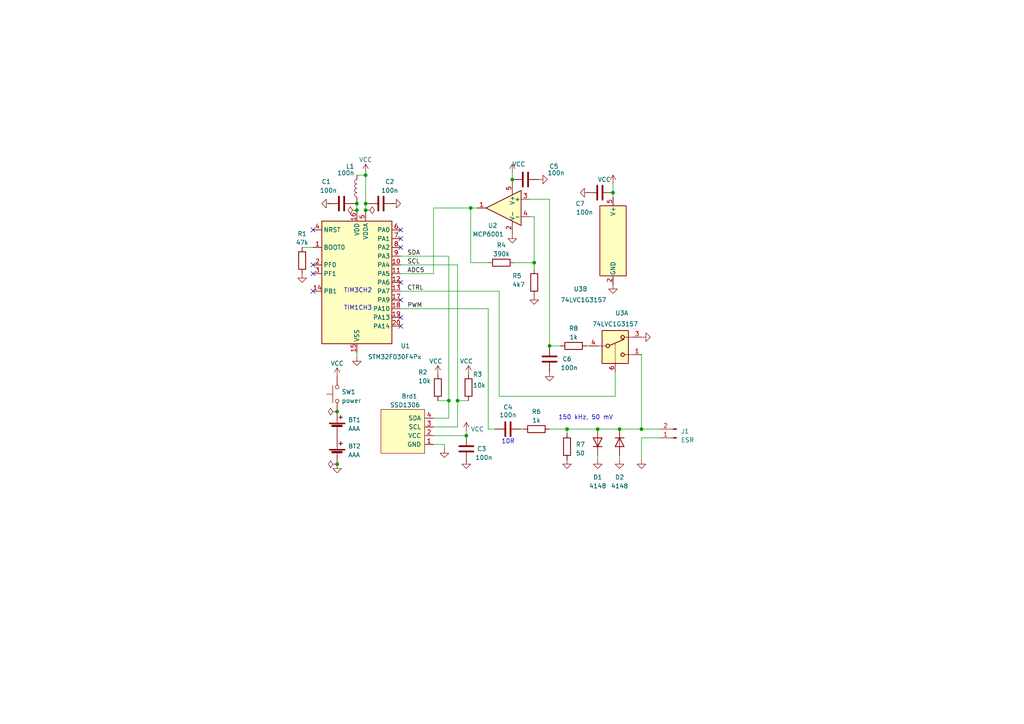
<source format=kicad_sch>
(kicad_sch (version 20230121) (generator eeschema)
  (paper "A4")
  (title_block (title "In circuit ESR tester") (date "2024-08-15") (rev "1.4") (company "hamradio guys ozforester and vadim_d"))
  (lib_symbols
    (symbol "Amplifier_Operational:MCP6001-OT" (pin_names (offset 0.127))
      (property "Reference" "U" (at -1.27 6.35 0))
      (property "Value" "MCP6001-OT" (at -1.27 3.81 0))
      (symbol "MCP6001-OT_0_1"
        (polyline (pts (xy -5.08 5.08) (xy 5.08 0) (xy -5.08 -5.08) (xy -5.08 5.08)) (stroke (width 0.254)) (fill (type background)))
        (pin power_in line (at -2.54 -7.62 90) (length 3.81) (name "V-") (number "2"))
        (pin power_in line (at -2.54 7.62 270) (length 3.81) (name "V+") (number "5"))
      )
      (symbol "MCP6001-OT_1_1"
        (pin output line (at 7.62 0 180) (length 2.54) (name "~") (number "1"))
        (pin input line (at -7.62 2.54 0) (length 2.54) (name "+") (number "3"))
        (pin input line (at -7.62 -2.54 0) (length 2.54) (name "-") (number "4"))
      )
    )
    (symbol "Analog_Switch:FSA3157L6X" (pin_names (offset 0.127))
      (property "Reference" "U" (at -3.175 4.699 0))
      (property "Value" "FSA3157L6X" (at -3.175 2.921 0))
      (symbol "FSA3157L6X_1_1"
        (rectangle (start -3.81 1.905) (end 3.81 -7.62) (stroke (width 0.254)) (fill (type background)))
        (circle (center -2.159 -2.54) (radius 0.508) (stroke (width 0.254)))
        (polyline (pts (xy -5.08 -2.54) (xy -2.794 -2.54)))
        (polyline (pts (xy -1.651 -2.413) (xy 2.54 -0.635)) (stroke (width 0.254)))
        (polyline (pts (xy 0 -7.62) (xy 0 -7.112)))
        (polyline (pts (xy 0 -6.858) (xy 0 -6.604)))
        (polyline (pts (xy 0 -6.35) (xy 0 -6.096)))
        (polyline (pts (xy 0 -5.842) (xy 0 -5.588)))
        (polyline (pts (xy 0 -5.334) (xy 0 -5.08)))
        (polyline (pts (xy 0 -4.826) (xy 0 -4.572)))
        (polyline (pts (xy 0 -4.318) (xy 0 -4.064)))
        (polyline (pts (xy 0 -3.81) (xy 0 -3.556)))
        (polyline (pts (xy 0 -3.302) (xy 0 -3.048)))
        (polyline (pts (xy 0 -2.794) (xy 0 -2.54)))
        (polyline (pts (xy 0 -2.286) (xy 0 -2.032)))
        (polyline (pts (xy 0 -2.286) (xy 0 -2.032)))
        (polyline (pts (xy 5.08 -5.08) (xy 2.794 -5.08)))
        (polyline (pts (xy 5.08 0) (xy 2.794 0)))
        (circle (center 2.159 -5.08) (radius 0.508) (stroke (width 0.254)))
        (circle (center 2.159 0) (radius 0.508) (stroke (width 0.254)))
        (pin passive line (at 7.62 -5.08 180) (length 2.54) (name "~") (number "1"))
        (pin passive line (at 7.62 0 180) (length 2.54) (name "~") (number "3"))
        (pin passive line (at -7.62 -2.54 0) (length 2.54) (name "~") (number "4"))
        (pin input line (at 0 -10.16 90) (length 2.54) (name "~") (number "6"))
      )
      (symbol "FSA3157L6X_2_0"
        (pin power_in line (at 0 -12.7 90) (length 2.54) (name "GND") (number "2"))
        (pin power_in line (at 0 12.7 270) (length 2.54) (name "V+") (number "5"))
      )
      (symbol "FSA3157L6X_2_1"
        (rectangle (start -3.81 10.16) (end 3.81 -10.16) (stroke (width 0.254)) (fill (type background)))
      )
    )
    (symbol "Connector:Conn_01x02_Pin" (pin_names (offset 1.016) hide)
      (property "Reference" "J" (at 0 2.54 0))
      (property "Value" "Conn_01x02_Pin" (at 0 -5.08 0))
      (symbol "Conn_01x02_Pin_1_1"
        (polyline (pts (xy 1.27 -2.54) (xy 0.8636 -2.54)) (stroke (width 0.1524)))
        (polyline (pts (xy 1.27 0) (xy 0.8636 0)) (stroke (width 0.1524)))
        (rectangle (start 0.8636 -2.413) (end 0 -2.667) (stroke (width 0.1524)) (fill (type outline)))
        (rectangle (start 0.8636 0.127) (end 0 -0.127) (stroke (width 0.1524)) (fill (type outline)))
        (pin passive line (at 5.08 0 180) (length 3.81) (name "Pin_1") (number "1"))
        (pin passive line (at 5.08 -2.54 180) (length 3.81) (name "Pin_2") (number "2"))
      )
    )
    (symbol "Device:Battery_Cell" (pin_numbers hide) (pin_names (offset 0) hide)
      (property "Reference" "BT" (at 2.54 2.54 0))
      (property "Value" "Battery_Cell" (at 2.54 0 0))
      (symbol "Battery_Cell_0_1"
        (rectangle (start -2.286 1.778) (end 2.286 1.524) (fill (type outline)))
        (rectangle (start -1.5748 1.1938) (end 1.4732 0.6858) (fill (type outline)))
        (polyline (pts (xy 0 0.762) (xy 0 0)))
        (polyline (pts (xy 0 1.778) (xy 0 2.54)))
        (polyline (pts (xy 0.508 3.429) (xy 1.524 3.429)) (stroke (width 0.254)))
        (polyline (pts (xy 1.016 3.937) (xy 1.016 2.921)) (stroke (width 0.254)))
      )
      (symbol "Battery_Cell_1_1"
        (pin passive line (at 0 5.08 270) (length 2.54) (name "+") (number "1"))
        (pin passive line (at 0 -2.54 90) (length 2.54) (name "-") (number "2"))
      )
    )
    (symbol "Device:C" (pin_numbers hide) (pin_names (offset 0.254))
      (property "Reference" "C" (at 0.635 2.54 0))
      (property "Value" "C" (at 0.635 -2.54 0))
      (symbol "C_0_1"
        (polyline (pts (xy -2.032 -0.762) (xy 2.032 -0.762)) (stroke (width 0.508)))
        (polyline (pts (xy -2.032 0.762) (xy 2.032 0.762)) (stroke (width 0.508)))
      )
      (symbol "C_1_1"
        (pin passive line (at 0 3.81 270) (length 2.794) (name "~") (number "1"))
        (pin passive line (at 0 -3.81 90) (length 2.794) (name "~") (number "2"))
      )
    )
    (symbol "Device:D" (pin_numbers hide) (pin_names (offset 1.016) hide)
      (property "Reference" "D" (at 0 2.54 0))
      (property "Value" "D" (at 0 -2.54 0))
      (symbol "D_0_1"
        (polyline (pts (xy -1.27 1.27) (xy -1.27 -1.27)) (stroke (width 0.254)))
        (polyline (pts (xy 1.27 0) (xy -1.27 0)))
        (polyline (pts (xy 1.27 1.27) (xy 1.27 -1.27) (xy -1.27 0) (xy 1.27 1.27)) (stroke (width 0.254)))
      )
      (symbol "D_1_1"
        (pin passive line (at -3.81 0 0) (length 2.54) (name "K") (number "1"))
        (pin passive line (at 3.81 0 180) (length 2.54) (name "A") (number "2"))
      )
    )
    (symbol "Device:L" (pin_numbers hide) (pin_names (offset 1.016) hide)
      (property "Reference" "L" (at -1.27 0 90))
      (property "Value" "L" (at 1.905 0 90))
      (symbol "L_0_1"
        (arc (start 0 -2.54) (mid 0.6323 -1.905) (end 0 -1.27))
        (arc (start 0 -1.27) (mid 0.6323 -0.635) (end 0 0))
        (arc (start 0 0) (mid 0.6323 0.635) (end 0 1.27))
        (arc (start 0 1.27) (mid 0.6323 1.905) (end 0 2.54))
      )
      (symbol "L_1_1"
        (pin passive line (at 0 3.81 270) (length 1.27) (name "1") (number "1"))
        (pin passive line (at 0 -3.81 90) (length 1.27) (name "2") (number "2"))
      )
    )
    (symbol "Device:R" (pin_numbers hide) (pin_names (offset 0))
      (property "Reference" "R" (at 2.032 0 90))
      (property "Value" "R" (at 0 0 90))
      (symbol "R_0_1"
        (rectangle (start -1.016 -2.54) (end 1.016 2.54) (stroke (width 0.254)))
      )
      (symbol "R_1_1"
        (pin passive line (at 0 3.81 270) (length 1.27) (name "~") (number "1"))
        (pin passive line (at 0 -3.81 90) (length 1.27) (name "~") (number "2"))
      )
    )
    (symbol "MCU_ST_STM32F0:STM32F030F4Px"
      (property "Reference" "U" (at -10.16 19.05 0))
      (property "Value" "STM32F030F4Px" (at 5.08 19.05 0))
      (symbol "STM32F030F4Px_0_1"
        (rectangle (start -10.16 -17.78) (end 10.16 17.78) (stroke (width 0.254)) (fill (type background)))
      )
      (symbol "STM32F030F4Px_1_1"
        (pin input line (at -12.7 10.16 0) (length 2.54) (name "BOOT0") (number "1"))
        (pin bidirectional line (at 12.7 5.08 180) (length 2.54) (name "PA4") (number "10"))
        (pin bidirectional line (at 12.7 2.54 180) (length 2.54) (name "PA5") (number "11"))
        (pin bidirectional line (at 12.7 0 180) (length 2.54) (name "PA6") (number "12"))
        (pin bidirectional line (at 12.7 -2.54 180) (length 2.54) (name "PA7") (number "13"))
        (pin bidirectional line (at -12.7 -2.54 0) (length 2.54) (name "PB1") (number "14"))
        (pin power_in line (at 0 -20.32 90) (length 2.54) (name "VSS") (number "15"))
        (pin power_in line (at 0 20.32 270) (length 2.54) (name "VDD") (number "16"))
        (pin bidirectional line (at 12.7 -5.08 180) (length 2.54) (name "PA9") (number "17"))
        (pin bidirectional line (at 12.7 -7.62 180) (length 2.54) (name "PA10") (number "18"))
        (pin bidirectional line (at 12.7 -10.16 180) (length 2.54) (name "PA13") (number "19"))
        (pin bidirectional line (at -12.7 5.08 0) (length 2.54) (name "PF0") (number "2"))
        (pin bidirectional line (at 12.7 -12.7 180) (length 2.54) (name "PA14") (number "20"))
        (pin bidirectional line (at -12.7 2.54 0) (length 2.54) (name "PF1") (number "3"))
        (pin input line (at -12.7 15.24 0) (length 2.54) (name "NRST") (number "4"))
        (pin power_in line (at 2.54 20.32 270) (length 2.54) (name "VDDA") (number "5"))
        (pin bidirectional line (at 12.7 15.24 180) (length 2.54) (name "PA0") (number "6"))
        (pin bidirectional line (at 12.7 12.7 180) (length 2.54) (name "PA1") (number "7"))
        (pin bidirectional line (at 12.7 10.16 180) (length 2.54) (name "PA2") (number "8"))
        (pin bidirectional line (at 12.7 7.62 180) (length 2.54) (name "PA3") (number "9"))
      )
    )
    (symbol "SSD1306-128x64_OLED:SSD1306" (pin_names (offset 1.016))
      (property "Reference" "Brd" (at 0 -3.81 0))
      (property "Value" "SSD1306" (at 0 -1.27 0))
      (symbol "SSD1306_0_1"
        (rectangle (start -6.35 6.35) (end 6.35 -6.35) (fill (type background)))
      )
      (symbol "SSD1306_1_1"
        (pin input line (at -3.81 8.89 270) (length 2.54) (name "GND") (number "1"))
        (pin input line (at -1.27 8.89 270) (length 2.54) (name "VCC") (number "2"))
        (pin input line (at 1.27 8.89 270) (length 2.54) (name "SCL") (number "3"))
        (pin input line (at 3.81 8.89 270) (length 2.54) (name "SDA") (number "4"))
      )
    )
    (symbol "Switch:SW_Push" (pin_numbers hide) (pin_names (offset 1.016) hide)
      (property "Reference" "SW" (at 1.27 2.54 0))
      (property "Value" "SW_Push" (at 0 -1.524 0))
      (symbol "SW_Push_0_1"
        (circle (center -2.032 0) (radius 0.508))
        (polyline (pts (xy 0 1.27) (xy 0 3.048)))
        (polyline (pts (xy 2.54 1.27) (xy -2.54 1.27)))
        (circle (center 2.032 0) (radius 0.508))
        (pin passive line (at -5.08 0 0) (length 2.54) (name "1") (number "1"))
        (pin passive line (at 5.08 0 180) (length 2.54) (name "2") (number "2"))
      )
    )
    (symbol "power:GND" (power) (pin_names (offset 0))
      (property "Value" "GND" (at 0 -3.81 0))
      (symbol "GND_0_1"
        (polyline (pts (xy 0 0) (xy 0 -1.27) (xy 1.27 -1.27) (xy 0 -2.54) (xy -1.27 -1.27) (xy 0 -1.27)))
      )
      (symbol "GND_1_1"
        (pin power_in line (at 0 0 270) (length 0) hide (name "GND") (number "1"))
      )
    )
    (symbol "power:PWR_FLAG" (power) (pin_numbers hide) (pin_names (offset 0) hide)
      (property "Value" "PWR_FLAG" (at 0 3.81 0))
      (symbol "PWR_FLAG_0_0"
        (pin power_out line (at 0 0 90) (length 0) (name "pwr") (number "1"))
      )
      (symbol "PWR_FLAG_0_1"
        (polyline (pts (xy 0 0) (xy 0 1.27) (xy -1.016 1.905) (xy 0 2.54) (xy 1.016 1.905) (xy 0 1.27)))
      )
    )
    (symbol "power:VCC" (power) (pin_names (offset 0))
      (property "Value" "VCC" (at 0 3.81 0))
      (symbol "VCC_0_1"
        (polyline (pts (xy -0.762 1.27) (xy 0 2.54)))
        (polyline (pts (xy 0 0) (xy 0 2.54)))
        (polyline (pts (xy 0 2.54) (xy 0.762 1.27)))
      )
      (symbol "VCC_1_1"
        (pin power_in line (at 0 0 90) (length 0) hide (name "VCC") (number "1"))
      )
    )
  )
  (junction (at 135.255 126.365))
  (junction (at 179.705 124.46))
  (junction (at 103.505 60.96))
  (junction (at 97.79 134.62))
  (junction (at 177.8 55.88))
  (junction (at 164.465 124.46))
  (junction (at 186.055 124.46))
  (junction (at 159.385 100.33))
  (junction (at 154.94 76.2))
  (junction (at 136.525 60.325))
  (junction (at 106.045 59.055))
  (junction (at 148.59 52.07))
  (junction (at 173.355 124.46))
  (junction (at 97.79 119.38))
  (junction (at 132.715 116.205))
  (junction (at 106.045 50.8))
  (junction (at 130.175 116.205))
  (junction (at 106.045 60.96))
  (junction (at 103.505 59.055))
  (no_connect (at 116.205 94.615))
  (no_connect (at 116.205 66.675))
  (no_connect (at 116.205 71.755))
  (no_connect (at 90.805 66.675))
  (no_connect (at 90.805 76.835))
  (no_connect (at 116.205 81.915))
  (no_connect (at 90.805 79.375))
  (no_connect (at 90.805 84.455))
  (no_connect (at 116.205 86.995))
  (no_connect (at 116.205 69.215))
  (no_connect (at 116.205 92.075))
  (wire (pts (xy 132.715 123.825) (xy 125.73 123.825)))
  (wire (pts (xy 125.73 126.365) (xy 135.255 126.365)))
  (wire (pts (xy 164.465 124.46) (xy 164.465 125.73)))
  (wire (pts (xy 173.355 133.35) (xy 173.355 132.08)))
  (wire (pts (xy 136.525 60.325) (xy 138.43 60.325)))
  (wire (pts (xy 103.505 102.235) (xy 103.505 103.505)))
  (wire (pts (xy 116.205 76.835) (xy 132.715 76.835)))
  (wire (pts (xy 148.59 52.07) (xy 148.59 52.705)))
  (wire (pts (xy 106.045 60.96) (xy 106.045 61.595)))
  (wire (pts (xy 87.63 71.755) (xy 90.805 71.755)))
  (wire (pts (xy 130.175 116.205) (xy 130.175 121.285)))
  (wire (pts (xy 159.385 100.33) (xy 162.56 100.33)))
  (wire (pts (xy 154.94 62.865) (xy 153.67 62.865)))
  (wire (pts (xy 191.135 127) (xy 186.055 127)))
  (wire (pts (xy 130.175 74.295) (xy 116.205 74.295)))
  (wire (pts (xy 148.59 50.165) (xy 148.59 52.07)))
  (wire (pts (xy 141.605 124.46) (xy 143.51 124.46)))
  (wire (pts (xy 135.255 125.095) (xy 135.255 126.365)))
  (wire (pts (xy 102.87 59.055) (xy 103.505 59.055)))
  (wire (pts (xy 154.94 76.2) (xy 149.225 76.2)))
  (wire (pts (xy 127 116.205) (xy 130.175 116.205)))
  (wire (pts (xy 179.705 133.35) (xy 179.705 132.08)))
  (wire (pts (xy 125.73 79.375) (xy 125.73 60.325)))
  (wire (pts (xy 130.175 121.285) (xy 125.73 121.285)))
  (wire (pts (xy 128.905 130.175) (xy 128.905 128.905)))
  (wire (pts (xy 141.605 89.535) (xy 141.605 124.46)))
  (wire (pts (xy 135.255 133.35) (xy 135.255 133.985)))
  (wire (pts (xy 186.055 127) (xy 186.055 133.35)))
  (wire (pts (xy 125.73 60.325) (xy 136.525 60.325)))
  (wire (pts (xy 116.205 79.375) (xy 125.73 79.375)))
  (wire (pts (xy 164.465 124.46) (xy 173.355 124.46)))
  (wire (pts (xy 154.94 76.2) (xy 154.94 78.105)))
  (wire (pts (xy 178.435 114.935) (xy 144.78 114.935)))
  (wire (pts (xy 159.385 57.785) (xy 159.385 100.33)))
  (wire (pts (xy 106.045 59.055) (xy 106.045 60.96)))
  (wire (pts (xy 128.905 128.905) (xy 125.73 128.905)))
  (wire (pts (xy 132.715 116.205) (xy 132.715 76.835)))
  (wire (pts (xy 106.045 50.8) (xy 106.045 59.055)))
  (wire (pts (xy 151.13 124.46) (xy 151.765 124.46)))
  (wire (pts (xy 103.505 58.42) (xy 103.505 59.055)))
  (wire (pts (xy 106.68 59.055) (xy 106.045 59.055)))
  (wire (pts (xy 170.815 55.88) (xy 170.18 55.88)))
  (wire (pts (xy 177.8 55.88) (xy 177.8 57.15)))
  (wire (pts (xy 103.505 59.055) (xy 103.505 60.96)))
  (wire (pts (xy 186.055 102.87) (xy 186.055 124.46)))
  (wire (pts (xy 114.3 59.055) (xy 113.665 59.055)))
  (wire (pts (xy 170.815 100.33) (xy 170.18 100.33)))
  (wire (pts (xy 95.25 59.055) (xy 95.885 59.055)))
  (wire (pts (xy 154.94 76.2) (xy 154.94 62.865)))
  (wire (pts (xy 144.78 114.935) (xy 144.78 84.455)))
  (wire (pts (xy 177.8 53.34) (xy 177.8 55.88)))
  (wire (pts (xy 159.385 124.46) (xy 164.465 124.46)))
  (wire (pts (xy 159.385 57.785) (xy 153.67 57.785)))
  (wire (pts (xy 132.715 116.205) (xy 132.715 123.825)))
  (wire (pts (xy 179.705 124.46) (xy 186.055 124.46)))
  (wire (pts (xy 130.175 74.295) (xy 130.175 116.205)))
  (wire (pts (xy 116.205 89.535) (xy 141.605 89.535)))
  (wire (pts (xy 141.605 76.2) (xy 136.525 76.2)))
  (wire (pts (xy 136.525 60.325) (xy 136.525 76.2)))
  (wire (pts (xy 186.055 124.46) (xy 191.135 124.46)))
  (wire (pts (xy 178.435 107.95) (xy 178.435 114.935)))
  (wire (pts (xy 144.78 84.455) (xy 116.205 84.455)))
  (wire (pts (xy 106.045 50.165) (xy 106.045 50.8)))
  (wire (pts (xy 132.715 116.205) (xy 135.89 116.205)))
  (wire (pts (xy 103.505 60.96) (xy 103.505 61.595)))
  (wire (pts (xy 173.355 124.46) (xy 179.705 124.46)))
  (wire (pts (xy 103.505 50.8) (xy 106.045 50.8)))
  (text "150 kHz, 50 mV" (at 161.925 121.92 0) (effects (font (size 1.27 1.27)) (justify left bottom)))
  (text "10R" (at 145.415 128.905 0) (effects (font (size 1.27 1.27)) (justify left bottom)))
  (text "TIM3CH2" (at 99.695 85.09 0) (effects (font (size 1.27 1.27)) (justify left bottom)))
  (text "TIM1CH3" (at 99.695 90.17 0) (effects (font (size 1.27 1.27)) (justify left bottom)))
  (label "SDA" (at 118.11 74.295 0))
  (label "ADC5" (at 118.11 79.375 0))
  (label "PWM" (at 118.11 89.535 0))
  (label "CTRL" (at 118.11 84.455 0))
  (label "SCL" (at 118.11 76.835 0))
  (symbol (lib_id "Device:C") (at 110.49 59.055 270) (unit 1)
    (property "Reference" "C2" (at 113.03 52.705 90))
    (property "Value" "100n" (at 113.03 55.245 90))
    (property "Footprint" "Capacitor_SMD:C_0805_2012Metric" (effects hide))
  )
  (symbol (lib_id "power:GND") (at 113.665 59.055 90) (unit 1)
    (property "Reference" "#PWR07" (effects hide))
    (property "Value" "GND" (effects hide))
  )
  (symbol (lib_id "power:GND") (at 103.505 103.505 0) (unit 1)
    (property "Reference" "#PWR05" (effects hide))
    (property "Value" "GND" (effects hide))
  )
  (symbol (lib_id "power:GND") (at 128.905 130.175 0) (mirror y) (unit 1)
    (property "Reference" "#PWR09" (effects hide))
    (property "Value" "GND" (effects hide))
  )
  (symbol (lib_id "power:GND") (at 177.8 82.55 0) (unit 1)
    (property "Reference" "#PWR022" (effects hide))
    (property "Value" "GND" (effects hide))
  )
  (symbol (lib_id "power:VCC") (at 106.045 50.165 0) (mirror y) (unit 1)
    (property "Reference" "#PWR06" (effects hide))
    (property "Value" "3v" (at 106.045 46.355 0))
  )
  (symbol (lib_id "Analog_Switch:FSA3157L6X") (at 177.8 69.85 0) (unit 2)
    (property "Reference" "U3" (at 166.37 83.82 0) (effects (justify left)))
    (property "Value" "74LVC1G3157" (at 162.56 86.995 0) (effects (justify left)))
    (property "Footprint" "Package_TO_SOT_SMD:SOT-23-6" (effects hide))
    (property "Datasheet" "https://www.onsemi.com/pub/Collateral/NC7SB3157-D.PDF" (effects hide))
  )
  (symbol (lib_id "Amplifier_Operational:MCP6001-OT") (at 146.05 60.325 0) (mirror y) (unit 1)
    (property "Reference" "U2" (at 142.875 65.405 0))
    (property "Value" "MCP6001" (at 141.605 67.945 0))
    (property "Footprint" "Package_TO_SOT_SMD:SOT-23-5" (effects hide))
    (property "Datasheet" "http://ww1.microchip.com/downloads/en/DeviceDoc/21733j.pdf" (effects hide))
  )
  (symbol (lib_id "power:VCC") (at 148.59 50.165 0) (mirror y) (unit 1)
    (property "Reference" "#PWR013" (effects hide))
    (property "Value" "3v" (at 152.4 47.625 0) (effects (justify left)))
  )
  (symbol (lib_id "Device:D") (at 173.355 128.27 90) (unit 1)
    (property "Reference" "D1" (at 173.355 138.43 90))
    (property "Value" "4148" (at 173.355 140.97 90))
    (property "Footprint" "Diode_SMD:D_MiniMELF" (effects hide))
    (property "Sim.Device" "D" (effects hide))
    (property "Sim.Pins" "1=K 2=A" (effects hide))
  )
  (symbol (lib_id "power:VCC") (at 177.8 53.34 0) (mirror y) (unit 1)
    (property "Reference" "#PWR021" (effects hide))
    (property "Value" "3v" (at 175.26 52.07 0))
  )
  (symbol (lib_id "Device:D") (at 179.705 128.27 270) (unit 1)
    (property "Reference" "D2" (at 179.705 138.43 90))
    (property "Value" "4148" (at 179.705 140.97 90))
    (property "Footprint" "Diode_SMD:D_MiniMELF" (effects hide))
    (property "Sim.Device" "D" (effects hide))
    (property "Sim.Pins" "1=K 2=A" (effects hide))
  )
  (symbol (lib_id "Device:C") (at 173.99 55.88 270) (unit 1)
    (property "Reference" "C7" (at 168.275 59.055 90))
    (property "Value" "100n" (at 169.545 61.595 90))
    (property "Footprint" "Capacitor_SMD:C_0805_2012Metric" (effects hide))
  )
  (symbol (lib_id "power:PWR_FLAG") (at 97.79 134.62 90) (mirror x) (unit 1)
    (property "Reference" "#FLG02" (effects hide))
    (property "Value" "PWR_FLAG" (effects hide))
  )
  (symbol (lib_id "Device:C") (at 152.4 52.07 90) (unit 1)
    (property "Reference" "C5" (at 160.655 48.26 90))
    (property "Value" "100n" (at 161.29 50.165 90))
    (property "Footprint" "Capacitor_SMD:C_0805_2012Metric" (effects hide))
  )
  (symbol (lib_id "power:PWR_FLAG") (at 97.79 119.38 90) (mirror x) (unit 1)
    (property "Reference" "#FLG01" (effects hide))
    (property "Value" "PWR_FLAG" (effects hide))
  )
  (symbol (lib_id "power:GND") (at 186.055 133.35 0) (unit 1)
    (property "Reference" "#PWR025" (effects hide))
    (property "Value" "GND" (effects hide))
  )
  (symbol (lib_id "Device:R") (at 154.94 81.915 0) (unit 1)
    (property "Reference" "R5" (at 148.59 80.01 0) (effects (justify left)))
    (property "Value" "4k7" (at 148.59 82.55 0) (effects (justify left)))
    (property "Footprint" "Resistor_SMD:R_0805_2012Metric" (effects hide))
  )
  (symbol (lib_id "power:GND") (at 173.355 133.35 0) (mirror y) (unit 1)
    (property "Reference" "#PWR020" (effects hide))
    (property "Value" "GND" (effects hide))
  )
  (symbol (lib_id "power:VCC") (at 127 108.585 0) (unit 1)
    (property "Reference" "#PWR08" (effects hide))
    (property "Value" "3v" (at 124.46 104.775 0) (effects (justify left)))
  )
  (symbol (lib_id "Device:R") (at 87.63 75.565 180) (unit 1)
    (property "Reference" "R1" (at 87.63 67.818 0))
    (property "Value" "47k" (at 87.63 70.358 0))
    (property "Footprint" "Resistor_SMD:R_0805_2012Metric" (effects hide))
  )
  (symbol (lib_id "Device:R") (at 164.465 129.54 0) (unit 1)
    (property "Reference" "R7" (at 167.005 128.905 0) (effects (justify left)))
    (property "Value" "50" (at 167.005 131.445 0) (effects (justify left)))
    (property "Footprint" "Resistor_SMD:R_0805_2012Metric" (effects hide))
  )
  (symbol (lib_id "power:GND") (at 164.465 133.35 0) (unit 1)
    (property "Reference" "#PWR018" (effects hide))
    (property "Value" "GND" (effects hide))
  )
  (symbol (lib_id "power:VCC") (at 135.255 125.095 0) (unit 1)
    (property "Reference" "#PWR010" (effects hide))
    (property "Value" "3v" (at 136.525 124.46 0) (effects (justify left)))
  )
  (symbol (lib_id "power:GND") (at 97.79 134.62 0) (unit 1)
    (property "Reference" "#PWR04" (effects hide))
    (property "Value" "GND" (effects hide))
  )
  (symbol (lib_id "power:GND") (at 179.705 133.35 0) (mirror y) (unit 1)
    (property "Reference" "#PWR023" (effects hide))
    (property "Value" "GND" (effects hide))
  )
  (symbol (lib_id "Device:L") (at 103.505 54.61 180) (unit 1)
    (property "Reference" "L1" (at 100.33 48.26 0) (effects (justify right)))
    (property "Value" "100n" (at 97.79 50.165 0) (effects (justify right)))
    (property "Footprint" "Inductor_SMD:L_0805_2012Metric" (effects hide))
  )
  (symbol (lib_id "power:GND") (at 148.59 67.945 0) (unit 1)
    (property "Reference" "#PWR014" (effects hide))
    (property "Value" "GND" (effects hide))
  )
  (symbol (lib_id "power:VCC") (at 97.79 109.22 0) (mirror y) (unit 1)
    (property "Reference" "#PWR03" (effects hide))
    (property "Value" "3v" (at 97.79 105.41 0))
  )
  (symbol (lib_id "Device:Battery_Cell") (at 97.79 124.46 0) (unit 1)
    (property "Reference" "BT1" (at 100.965 121.793 0) (effects (justify left)))
    (property "Value" "AAA" (at 100.965 124.333 0) (effects (justify left)))
    (property "Footprint" "Battery:BatteryHolder_Keystone_2460_1xAA" (effects hide))
  )
  (symbol (lib_id "power:GND") (at 170.815 55.88 270) (unit 1)
    (property "Reference" "#PWR019" (effects hide))
    (property "Value" "GND" (effects hide))
  )
  (symbol (lib_id "Device:R") (at 166.37 100.33 90) (unit 1)
    (property "Reference" "R8" (at 166.37 95.25 90))
    (property "Value" "1k" (at 166.37 97.79 90))
    (property "Footprint" "Resistor_SMD:R_0805_2012Metric" (effects hide))
  )
  (symbol (lib_id "power:PWR_FLAG") (at 106.045 60.96 270) (mirror x) (unit 1)
    (property "Reference" "#FLG04" (effects hide))
    (property "Value" "PWR_FLAG" (effects hide))
  )
  (symbol (lib_id "power:VCC") (at 135.89 108.585 0) (unit 1)
    (property "Reference" "#PWR012" (effects hide))
    (property "Value" "3v" (at 133.35 104.775 0) (effects (justify left)))
  )
  (symbol (lib_id "Device:R") (at 135.89 112.395 0) (unit 1)
    (property "Reference" "R3" (at 137.16 108.585 0) (effects (justify left)))
    (property "Value" "10k" (at 137.16 111.76 0) (effects (justify left)))
    (property "Footprint" "Resistor_SMD:R_0805_2012Metric" (effects hide))
  )
  (symbol (lib_id "Switch:SW_Push") (at 97.79 114.3 90) (unit 1)
    (property "Reference" "SW1" (at 99.06 113.665 90) (effects (justify right)))
    (property "Value" "power" (at 99.06 116.205 90) (effects (justify right)))
    (property "Footprint" "Button_Switch_THT:SW_PUSH_6mm_H5mm" (effects hide))
  )
  (symbol (lib_id "Connector:Conn_01x02_Pin") (at 196.215 127 180) (unit 1)
    (property "Reference" "J1" (at 197.485 125.095 0) (effects (justify right)))
    (property "Value" "ESR" (at 197.485 127.635 0) (effects (justify right)))
    (property "Footprint" "Connector_PinHeader_2.54mm:PinHeader_1x02_P2.54mm_Vertical" (effects hide))
  )
  (symbol (lib_id "SSD1306-128x64_OLED:SSD1306") (at 116.84 125.095 270) (mirror x) (unit 1)
    (property "Reference" "Brd1" (at 118.745 114.935 90))
    (property "Value" "SSD1306" (at 117.475 117.475 90))
    (property "Footprint" "Connector_PinHeader_2.54mm:PinHeader_1x04_P2.54mm_Vertical" (effects hide))
  )
  (symbol (lib_id "power:GND") (at 135.255 133.35 0) (unit 1)
    (property "Reference" "#PWR011" (effects hide))
    (property "Value" "GND" (effects hide))
  )
  (symbol (lib_id "Device:C") (at 99.06 59.055 270) (unit 1)
    (property "Reference" "C1" (at 94.615 52.705 90))
    (property "Value" "100n" (at 95.25 55.245 90))
    (property "Footprint" "Capacitor_SMD:C_0805_2012Metric" (effects hide))
  )
  (symbol (lib_id "Device:Battery_Cell") (at 97.79 132.08 0) (unit 1)
    (property "Reference" "BT2" (at 100.965 129.413 0) (effects (justify left)))
    (property "Value" "AAA" (at 100.965 131.953 0) (effects (justify left)))
    (property "Footprint" "Battery:BatteryHolder_Keystone_2460_1xAA" (effects hide))
  )
  (symbol (lib_id "Device:R") (at 127 112.395 0) (unit 1)
    (property "Reference" "R2" (at 121.285 107.95 0) (effects (justify left)))
    (property "Value" "10k" (at 121.285 110.49 0) (effects (justify left)))
    (property "Footprint" "Resistor_SMD:R_0805_2012Metric" (effects hide))
  )
  (symbol (lib_id "power:PWR_FLAG") (at 103.505 60.96 90) (mirror x) (unit 1)
    (property "Reference" "#FLG03" (effects hide))
    (property "Value" "PWR_FLAG" (effects hide))
  )
  (symbol (lib_id "power:GND") (at 159.385 107.95 0) (unit 1)
    (property "Reference" "#PWR017" (effects hide))
    (property "Value" "GND" (effects hide))
  )
  (symbol (lib_id "power:GND") (at 186.055 97.79 90) (unit 1)
    (property "Reference" "#PWR024" (effects hide))
    (property "Value" "GND" (effects hide))
  )
  (symbol (lib_id "Device:C") (at 159.385 104.14 0) (unit 1)
    (property "Reference" "C6" (at 164.465 104.14 0))
    (property "Value" "100n" (at 165.1 106.68 0))
    (property "Footprint" "Capacitor_SMD:C_0805_2012Metric" (effects hide))
  )
  (symbol (lib_id "Device:R") (at 145.415 76.2 90) (unit 1)
    (property "Reference" "R4" (at 145.415 71.12 90))
    (property "Value" "390k" (at 145.415 73.66 90))
    (property "Footprint" "Resistor_SMD:R_0805_2012Metric" (effects hide))
  )
  (symbol (lib_id "power:GND") (at 87.63 79.375 0) (unit 1)
    (property "Reference" "#PWR01" (effects hide))
    (property "Value" "GND" (effects hide))
  )
  (symbol (lib_id "Analog_Switch:FSA3157L6X") (at 178.435 97.79 0) (unit 1)
    (property "Reference" "U3" (at 180.34 90.805 0))
    (property "Value" "74LVC1G3157" (at 178.435 93.98 0))
    (property "Footprint" "Package_TO_SOT_SMD:SOT-23-6" (effects hide))
    (property "Datasheet" "https://www.onsemi.com/pub/Collateral/NC7SB3157-D.PDF" (effects hide))
  )
  (symbol (lib_id "power:GND") (at 95.885 59.055 270) (unit 1)
    (property "Reference" "#PWR02" (effects hide))
    (property "Value" "GND" (effects hide))
  )
  (symbol (lib_id "MCU_ST_STM32F0:STM32F030F4Px") (at 103.505 81.915 0) (unit 1)
    (property "Reference" "U1" (at 116.205 100.33 0) (effects (justify left)))
    (property "Value" "STM32F030F4Px" (at 106.68 103.505 0) (effects (justify left)))
    (property "Footprint" "Package_SO:TSSOP-20_4.4x6.5mm_P0.65mm" (effects hide))
    (property "Datasheet" "https://www.st.com/resource/en/datasheet/stm32f030f4.pdf" (effects hide))
  )
  (symbol (lib_id "Device:C") (at 147.32 124.46 270) (unit 1)
    (property "Reference" "C4" (at 147.32 118.11 90))
    (property "Value" "100n" (at 147.32 120.3706 90))
    (property "Footprint" "Capacitor_SMD:C_0805_2012Metric" (effects hide))
  )
  (symbol (lib_id "power:GND") (at 156.21 52.07 90) (unit 1)
    (property "Reference" "#PWR016" (effects hide))
    (property "Value" "GND" (effects hide))
  )
  (symbol (lib_id "power:GND") (at 154.94 85.725 0) (mirror y) (unit 1)
    (property "Reference" "#PWR015" (effects hide))
    (property "Value" "GND" (effects hide))
  )
  (symbol (lib_id "Device:R") (at 155.575 124.46 90) (unit 1)
    (property "Reference" "R6" (at 155.575 119.38 90))
    (property "Value" "1k" (at 155.575 121.92 90))
    (property "Footprint" "Resistor_SMD:R_0805_2012Metric" (effects hide))
  )
  (symbol (lib_id "Device:C") (at 135.255 130.175 180) (unit 1)
    (property "Reference" "C3" (at 139.7 130.175 0))
    (property "Value" "100n" (at 140.335 132.715 0))
    (property "Footprint" "Capacitor_SMD:C_0805_2012Metric" (effects hide))
  )
)
</source>
